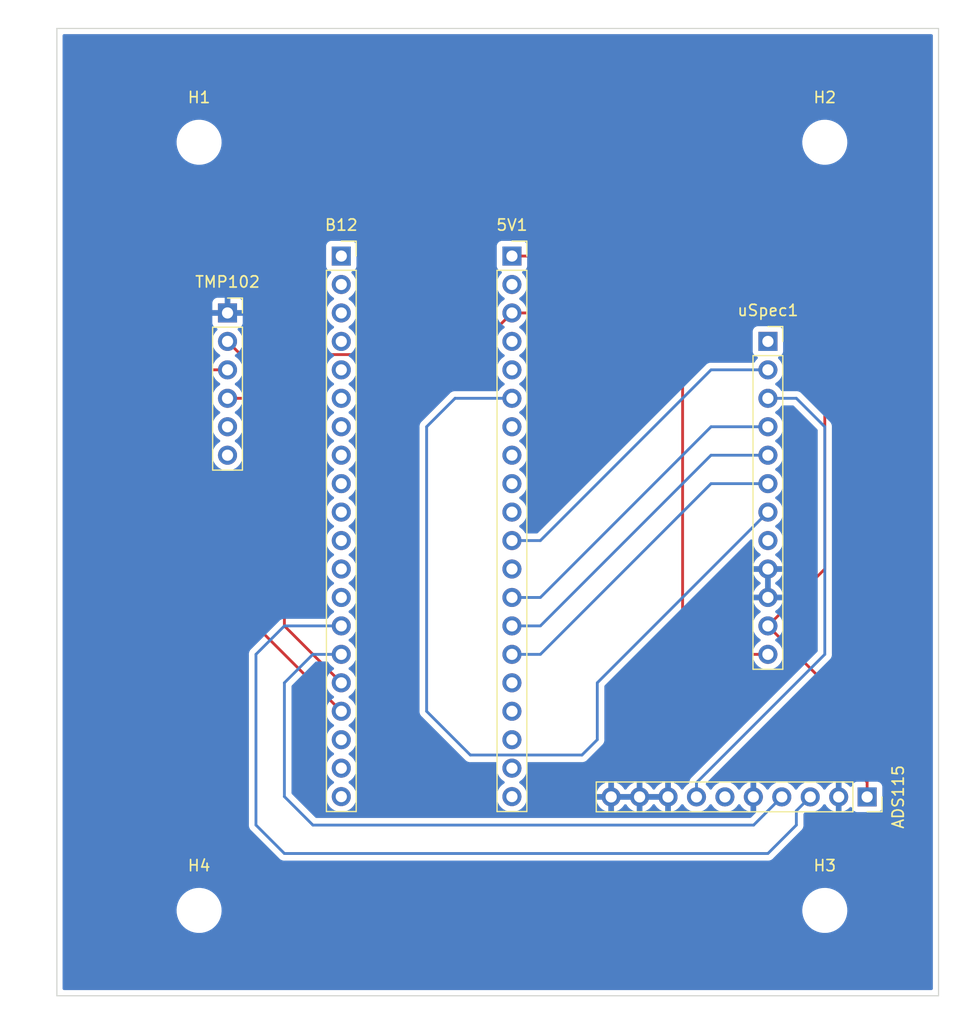
<source format=kicad_pcb>
(kicad_pcb (version 20211014) (generator pcbnew)
  (layers (0 "F.Cu" signal) (31 "B.Cu" signal) (34 "B.Paste" user) (35 "F.Paste" user) (36 "B.SilkS" user "B.Silkscreen") (37 "F.SilkS" user "F.Silkscreen") (38 "B.Mask" user) (39 "F.Mask" user) (44 "Edge.Cuts" user))
  (net 0 "")
  (net 1 "GND")
  (net 2 "/5V")
  (net 5 "/SCL")
  (net 6 "/SDA")
  (net 7 "/ALRT")
  (net 8 "/A0")
  (net 9 "/ADD0")
  (net 10 "/SCL1")
  (net 11 "/SDA1")
  (net 12 "/3.3V_1")
  (net 13 "/LED")
  (net 14 "/CLK")
  (net 15 "/ST")
  (net 16 "/TRG")
  (net 17 "/NC")
  (net 18 "/EOS")
  (footprint "MountingHole:MountingHole_3mm" (layer "F.Cu") (at 119.38 119.38)
    (fp_text reference "H4" (at 0 -4) (layer "F.SilkS"))
    (fp_text value "MountingHole")
    (pad "" np_thru_hole circle (at 0 0) (size 3 3) (drill 3) (layers *.Cu *.Mask))
  )
  (footprint "Connector_PinSocket_2.54mm:PinSocket_1x06_P2.54mm_Vertical" (layer "F.Cu") (at 121.92 66.04)
    (fp_text reference "TMP102" (at 0 -2.77) (layer "F.SilkS"))
    (fp_text value "Conn_01x06_Female")
    (fp_line (start -1.33 1.27) (end 1.33 1.27) (layer "F.SilkS") (width 0.12))
    (fp_line (start -1.33 1.27) (end -1.33 14.03) (layer "F.SilkS") (width 0.12))
    (fp_line (start 1.33 -1.33) (end 1.33 0) (layer "F.SilkS") (width 0.12))
    (fp_line (start 1.33 1.27) (end 1.33 14.03) (layer "F.SilkS") (width 0.12))
    (fp_line (start -1.33 14.03) (end 1.33 14.03) (layer "F.SilkS") (width 0.12))
    (fp_line (start 0 -1.33) (end 1.33 -1.33) (layer "F.SilkS") (width 0.12))
    (pad "1" thru_hole rect (at 0 0) (size 1.7 1.7) (drill 1) (layers *.Cu *.Mask) (net 1 "GND"))
    (pad "2" thru_hole oval (at 0 2.54) (size 1.7 1.7) (drill 1) (layers *.Cu *.Mask) (net 12 "/3.3V_1"))
    (pad "3" thru_hole oval (at 0 5.08) (size 1.7 1.7) (drill 1) (layers *.Cu *.Mask) (net 11 "/SDA1"))
    (pad "4" thru_hole oval (at 0 7.62) (size 1.7 1.7) (drill 1) (layers *.Cu *.Mask) (net 10 "/SCL1"))
    (pad "5" thru_hole oval (at 0 10.16) (size 1.7 1.7) (drill 1) (layers *.Cu *.Mask))
    (pad "6" thru_hole oval (at 0 12.7) (size 1.7 1.7) (drill 1) (layers *.Cu *.Mask) (net 9 "/ADD0"))
  )
  (footprint "Connector_PinSocket_2.54mm:PinSocket_1x20_P2.54mm_Vertical" (layer "F.Cu") (at 132.08 60.96)
    (fp_text reference "B12" (at 0 -2.77) (layer "F.SilkS"))
    (fp_text value "STM32")
    (fp_line (start -1.33 49.59) (end 1.33 49.59) (layer "F.SilkS") (width 0.12))
    (fp_line (start -1.33 1.27) (end 1.33 1.27) (layer "F.SilkS") (width 0.12))
    (fp_line (start 0 -1.33) (end 1.33 -1.33) (layer "F.SilkS") (width 0.12))
    (fp_line (start 1.33 -1.33) (end 1.33 0) (layer "F.SilkS") (width 0.12))
    (fp_line (start 1.33 1.27) (end 1.33 49.59) (layer "F.SilkS") (width 0.12))
    (fp_line (start -1.33 1.27) (end -1.33 49.59) (layer "F.SilkS") (width 0.12))
    (pad "1" thru_hole rect (at 0 0) (size 1.7 1.7) (drill 1) (layers *.Cu *.Mask))
    (pad "2" thru_hole oval (at 0 2.54) (size 1.7 1.7) (drill 1) (layers *.Cu *.Mask))
    (pad "3" thru_hole oval (at 0 5.08) (size 1.7 1.7) (drill 1) (layers *.Cu *.Mask))
    (pad "4" thru_hole oval (at 0 7.62) (size 1.7 1.7) (drill 1) (layers *.Cu *.Mask))
    (pad "5" thru_hole oval (at 0 10.16) (size 1.7 1.7) (drill 1) (layers *.Cu *.Mask))
    (pad "6" thru_hole oval (at 0 12.7) (size 1.7 1.7) (drill 1) (layers *.Cu *.Mask))
    (pad "7" thru_hole oval (at 0 15.24) (size 1.7 1.7) (drill 1) (layers *.Cu *.Mask))
    (pad "8" thru_hole oval (at 0 17.78) (size 1.7 1.7) (drill 1) (layers *.Cu *.Mask))
    (pad "9" thru_hole oval (at 0 20.32) (size 1.7 1.7) (drill 1) (layers *.Cu *.Mask))
    (pad "10" thru_hole oval (at 0 22.86) (size 1.7 1.7) (drill 1) (layers *.Cu *.Mask))
    (pad "11" thru_hole oval (at 0 25.4) (size 1.7 1.7) (drill 1) (layers *.Cu *.Mask))
    (pad "12" thru_hole oval (at 0 27.94) (size 1.7 1.7) (drill 1) (layers *.Cu *.Mask))
    (pad "13" thru_hole oval (at 0 30.48) (size 1.7 1.7) (drill 1) (layers *.Cu *.Mask))
    (pad "14" thru_hole oval (at 0 33.02) (size 1.7 1.7) (drill 1) (layers *.Cu *.Mask) (net 5 "/SCL"))
    (pad "15" thru_hole oval (at 0 35.56) (size 1.7 1.7) (drill 1) (layers *.Cu *.Mask) (net 6 "/SDA"))
    (pad "16" thru_hole oval (at 0 38.1) (size 1.7 1.7) (drill 1) (layers *.Cu *.Mask) (net 10 "/SCL1"))
    (pad "17" thru_hole oval (at 0 40.64) (size 1.7 1.7) (drill 1) (layers *.Cu *.Mask) (net 11 "/SDA1"))
    (pad "18" thru_hole oval (at 0 43.18) (size 1.7 1.7) (drill 1) (layers *.Cu *.Mask))
    (pad "19" thru_hole oval (at 0 45.72) (size 1.7 1.7) (drill 1) (layers *.Cu *.Mask))
    (pad "20" thru_hole oval (at 0 48.26) (size 1.7 1.7) (drill 1) (layers *.Cu *.Mask))
  )
  (footprint "MountingHole:MountingHole_3mm" (layer "F.Cu") (at 175.26 119.38)
    (fp_text reference "H3" (at 0 -4) (layer "F.SilkS"))
    (fp_text value "MountingHole")
    (pad "" np_thru_hole circle (at 0 0) (size 3 3) (drill 3) (layers *.Cu *.Mask))
  )
  (footprint "MountingHole:MountingHole_3mm" (layer "F.Cu") (at 175.26 50.8)
    (fp_text reference "H2" (at 0 -4) (layer "F.SilkS"))
    (fp_text value "MountingHole")
    (pad "" np_thru_hole circle (at 0 0) (size 3 3) (drill 3) (layers *.Cu *.Mask))
  )
  (footprint "Connector_PinSocket_2.54mm:PinSocket_1x12_P2.54mm_Vertical" (layer "F.Cu") (at 170.18 68.58)
    (fp_text reference "uSpec1" (at 0 -2.77) (layer "F.SilkS"))
    (fp_text value "uSpec")
    (fp_line (start 1.33 1.27) (end 1.33 29.27) (layer "F.SilkS") (width 0.12))
    (fp_line (start -1.33 1.27) (end 1.33 1.27) (layer "F.SilkS") (width 0.12))
    (fp_line (start 0 -1.33) (end 1.33 -1.33) (layer "F.SilkS") (width 0.12))
    (fp_line (start 1.33 -1.33) (end 1.33 0) (layer "F.SilkS") (width 0.12))
    (fp_line (start -1.33 29.27) (end 1.33 29.27) (layer "F.SilkS") (width 0.12))
    (fp_line (start -1.33 1.27) (end -1.33 29.27) (layer "F.SilkS") (width 0.12))
    (pad "1" thru_hole rect (at 0 0) (size 1.7 1.7) (drill 1) (layers *.Cu *.Mask))
    (pad "2" thru_hole oval (at 0 2.54) (size 1.7 1.7) (drill 1) (layers *.Cu *.Mask) (net 13 "/LED"))
    (pad "3" thru_hole oval (at 0 5.08) (size 1.7 1.7) (drill 1) (layers *.Cu *.Mask) (net 8 "/A0"))
    (pad "4" thru_hole oval (at 0 7.62) (size 1.7 1.7) (drill 1) (layers *.Cu *.Mask) (net 14 "/CLK"))
    (pad "5" thru_hole oval (at 0 10.16) (size 1.7 1.7) (drill 1) (layers *.Cu *.Mask) (net 15 "/ST"))
    (pad "6" thru_hole oval (at 0 12.7) (size 1.7 1.7) (drill 1) (layers *.Cu *.Mask) (net 16 "/TRG"))
    (pad "7" thru_hole oval (at 0 15.24) (size 1.7 1.7) (drill 1) (layers *.Cu *.Mask) (net 18 "/EOS"))
    (pad "8" thru_hole oval (at 0 17.78) (size 1.7 1.7) (drill 1) (layers *.Cu *.Mask) (net 17 "/NC"))
    (pad "9" thru_hole oval (at 0 20.32) (size 1.7 1.7) (drill 1) (layers *.Cu *.Mask) (net 1 "GND"))
    (pad "10" thru_hole oval (at 0 22.86) (size 1.7 1.7) (drill 1) (layers *.Cu *.Mask) (net 1 "GND"))
    (pad "11" thru_hole oval (at 0 25.4) (size 1.7 1.7) (drill 1) (layers *.Cu *.Mask) (net 2 "/5V"))
    (pad "12" thru_hole oval (at 0 27.94) (size 1.7 1.7) (drill 1) (layers *.Cu *.Mask) (net 12 "/3.3V_1"))
  )
  (footprint "Connector_PinSocket_2.54mm:PinSocket_1x10_P2.54mm_Vertical" (layer "F.Cu") (at 179.04 109.245 -90)
    (fp_text reference "ADS115" (at 0 -2.77 90) (layer "F.SilkS"))
    (fp_text value "Conn_01x10_Female")
    (fp_line (start -1.33 1.27) (end 1.33 1.27) (layer "F.SilkS") (width 0.12))
    (fp_line (start 0 -1.33) (end 1.33 -1.33) (layer "F.SilkS") (width 0.12))
    (fp_line (start 1.33 -1.33) (end 1.33 0) (layer "F.SilkS") (width 0.12))
    (fp_line (start -1.33 1.27) (end -1.33 24.19) (layer "F.SilkS") (width 0.12))
    (fp_line (start -1.33 24.19) (end 1.33 24.19) (layer "F.SilkS") (width 0.12))
    (fp_line (start 1.33 1.27) (end 1.33 24.19) (layer "F.SilkS") (width 0.12))
    (pad "1" thru_hole rect (at 0 0 270) (size 1.7 1.7) (drill 1) (layers *.Cu *.Mask) (net 2 "/5V"))
    (pad "2" thru_hole oval (at 0 2.54 270) (size 1.7 1.7) (drill 1) (layers *.Cu *.Mask) (net 1 "GND"))
    (pad "3" thru_hole oval (at 0 5.08 270) (size 1.7 1.7) (drill 1) (layers *.Cu *.Mask) (net 5 "/SCL"))
    (pad "4" thru_hole oval (at 0 7.62 270) (size 1.7 1.7) (drill 1) (layers *.Cu *.Mask) (net 6 "/SDA"))
    (pad "5" thru_hole oval (at 0 10.16 270) (size 1.7 1.7) (drill 1) (layers *.Cu *.Mask) (net 1 "GND"))
    (pad "6" thru_hole oval (at 0 12.7 270) (size 1.7 1.7) (drill 1) (layers *.Cu *.Mask) (net 7 "/ALRT"))
    (pad "7" thru_hole oval (at 0 15.24 270) (size 1.7 1.7) (drill 1) (layers *.Cu *.Mask) (net 8 "/A0"))
    (pad "8" thru_hole oval (at 0 17.78 270) (size 1.7 1.7) (drill 1) (layers *.Cu *.Mask) (net 1 "GND"))
    (pad "9" thru_hole oval (at 0 20.32 270) (size 1.7 1.7) (drill 1) (layers *.Cu *.Mask) (net 1 "GND"))
    (pad "10" thru_hole oval (at 0 22.86 270) (size 1.7 1.7) (drill 1) (layers *.Cu *.Mask) (net 1 "GND"))
  )
  (footprint "Connector_PinSocket_2.54mm:PinSocket_1x20_P2.54mm_Vertical" (layer "F.Cu") (at 147.32 60.96)
    (fp_text reference "5V1" (at 0 -2.77) (layer "F.SilkS"))
    (fp_text value "STM32")
    (fp_line (start -1.33 1.27) (end 1.33 1.27) (layer "F.SilkS") (width 0.12))
    (fp_line (start 0 -1.33) (end 1.33 -1.33) (layer "F.SilkS") (width 0.12))
    (fp_line (start -1.33 49.59) (end 1.33 49.59) (layer "F.SilkS") (width 0.12))
    (fp_line (start -1.33 1.27) (end -1.33 49.59) (layer "F.SilkS") (width 0.12))
    (fp_line (start 1.33 -1.33) (end 1.33 0) (layer "F.SilkS") (width 0.12))
    (fp_line (start 1.33 1.27) (end 1.33 49.59) (layer "F.SilkS") (width 0.12))
    (pad "1" thru_hole rect (at 0 0) (size 1.7 1.7) (drill 1) (layers *.Cu *.Mask) (net 2 "/5V"))
    (pad "2" thru_hole oval (at 0 2.54) (size 1.7 1.7) (drill 1) (layers *.Cu *.Mask))
    (pad "3" thru_hole oval (at 0 5.08) (size 1.7 1.7) (drill 1) (layers *.Cu *.Mask) (net 12 "/3.3V_1"))
    (pad "4" thru_hole oval (at 0 7.62) (size 1.7 1.7) (drill 1) (layers *.Cu *.Mask))
    (pad "5" thru_hole oval (at 0 10.16) (size 1.7 1.7) (drill 1) (layers *.Cu *.Mask))
    (pad "6" thru_hole oval (at 0 12.7) (size 1.7 1.7) (drill 1) (layers *.Cu *.Mask) (net 18 "/EOS"))
    (pad "7" thru_hole oval (at 0 15.24) (size 1.7 1.7) (drill 1) (layers *.Cu *.Mask))
    (pad "8" thru_hole oval (at 0 17.78) (size 1.7 1.7) (drill 1) (layers *.Cu *.Mask))
    (pad "9" thru_hole oval (at 0 20.32) (size 1.7 1.7) (drill 1) (layers *.Cu *.Mask))
    (pad "10" thru_hole oval (at 0 22.86) (size 1.7 1.7) (drill 1) (layers *.Cu *.Mask))
    (pad "11" thru_hole oval (at 0 25.4) (size 1.7 1.7) (drill 1) (layers *.Cu *.Mask) (net 13 "/LED"))
    (pad "12" thru_hole oval (at 0 27.94) (size 1.7 1.7) (drill 1) (layers *.Cu *.Mask))
    (pad "13" thru_hole oval (at 0 30.48) (size 1.7 1.7) (drill 1) (layers *.Cu *.Mask) (net 14 "/CLK"))
    (pad "14" thru_hole oval (at 0 33.02) (size 1.7 1.7) (drill 1) (layers *.Cu *.Mask) (net 15 "/ST"))
    (pad "15" thru_hole oval (at 0 35.56) (size 1.7 1.7) (drill 1) (layers *.Cu *.Mask) (net 16 "/TRG"))
    (pad "16" thru_hole oval (at 0 38.1) (size 1.7 1.7) (drill 1) (layers *.Cu *.Mask))
    (pad "17" thru_hole oval (at 0 40.64) (size 1.7 1.7) (drill 1) (layers *.Cu *.Mask))
    (pad "18" thru_hole oval (at 0 43.18) (size 1.7 1.7) (drill 1) (layers *.Cu *.Mask))
    (pad "19" thru_hole oval (at 0 45.72) (size 1.7 1.7) (drill 1) (layers *.Cu *.Mask))
    (pad "20" thru_hole oval (at 0 48.26) (size 1.7 1.7) (drill 1) (layers *.Cu *.Mask))
  )
  (footprint "MountingHole:MountingHole_3mm" (layer "F.Cu") (at 119.38 50.8)
    (fp_text reference "H1" (at 0 -4) (layer "F.SilkS"))
    (fp_text value "MountingHole")
    (pad "" np_thru_hole circle (at 0 0) (size 3 3) (drill 3) (layers *.Cu *.Mask))
  )
  (gr_line (start 106.68 127) (end 185.42 127) (layer "Edge.Cuts") (width 0.1))
  (gr_line (start 185.42 40.64) (end 106.68 40.64) (layer "Edge.Cuts") (width 0.1))
  (gr_line (start 106.68 40.64) (end 106.68 40.64) (layer "Edge.Cuts") (width 0.1))
  (gr_line (start 185.42 127) (end 185.42 40.64) (layer "Edge.Cuts") (width 0.1))
  (gr_line (start 106.68 40.64) (end 106.68 127) (layer "Edge.Cuts") (width 0.1))
  (segment (start 179.04 107.92) (end 175.26 104.14) (width 0.25) (layer "F.Cu") (net 2))
  (segment (start 172.72 60.96) (end 175.26 63.5) (width 0.25) (layer "F.Cu") (net 2))
  (segment (start 175.26 63.5) (end 175.26 88.9) (width 0.25) (layer "F.Cu") (net 2))
  (segment (start 147.32 60.96) (end 172.72 60.96) (width 0.25) (layer "F.Cu") (net 2))
  (segment (start 175.26 88.9) (end 170.18 93.98) (width 0.25) (layer "F.Cu") (net 2))
  (segment (start 175.26 104.14) (end 175.26 99.06) (width 0.25) (layer "F.Cu") (net 2))
  (segment (start 175.26 99.06) (end 170.18 93.98) (width 0.25) (layer "F.Cu") (net 2))
  (segment (start 179.04 109.245) (end 179.04 107.92) (width 0.25) (layer "F.Cu") (net 2))
  (segment (start 127 114.3) (end 124.46 111.76) (width 0.25) (layer "B.Cu") (net 5))
  (segment (start 173.96 109.245) (end 172.72 110.485) (width 0.25) (layer "B.Cu") (net 5))
  (segment (start 124.46 96.52) (end 127 93.98) (width 0.25) (layer "B.Cu") (net 5))
  (segment (start 170.18 114.3) (end 127 114.3) (width 0.25) (layer "B.Cu") (net 5))
  (segment (start 172.72 110.485) (end 172.72 111.76) (width 0.25) (layer "B.Cu") (net 5))
  (segment (start 172.72 111.76) (end 170.18 114.3) (width 0.25) (layer "B.Cu") (net 5))
  (segment (start 127 93.98) (end 132.08 93.98) (width 0.25) (layer "B.Cu") (net 5))
  (segment (start 124.46 111.76) (end 124.46 96.52) (width 0.25) (layer "B.Cu") (net 5))
  (segment (start 129.54 96.52) (end 132.08 96.52) (width 0.25) (layer "B.Cu") (net 6))
  (segment (start 168.905 111.76) (end 129.54 111.76) (width 0.25) (layer "B.Cu") (net 6))
  (segment (start 129.54 111.76) (end 127 109.22) (width 0.25) (layer "B.Cu") (net 6))
  (segment (start 127 109.22) (end 127 99.06) (width 0.25) (layer "B.Cu") (net 6))
  (segment (start 171.42 109.245) (end 168.905 111.76) (width 0.25) (layer "B.Cu") (net 6))
  (segment (start 127 99.06) (end 129.54 96.52) (width 0.25) (layer "B.Cu") (net 6))
  (segment (start 175.26 96.52) (end 163.8 107.98) (width 0.25) (layer "B.Cu") (net 8))
  (segment (start 172.72 73.66) (end 175.26 76.2) (width 0.25) (layer "B.Cu") (net 8))
  (segment (start 175.26 76.2) (end 175.26 96.52) (width 0.25) (layer "B.Cu") (net 8))
  (segment (start 170.18 73.66) (end 172.72 73.66) (width 0.25) (layer "B.Cu") (net 8))
  (segment (start 163.8 107.98) (end 163.8 109.245) (width 0.25) (layer "B.Cu") (net 8))
  (segment (start 127 93.98) (end 132.08 99.06) (width 0.25) (layer "F.Cu") (net 10))
  (segment (start 121.92 73.66) (end 124.46 73.66) (width 0.25) (layer "F.Cu") (net 10))
  (segment (start 124.46 73.66) (end 127 76.2) (width 0.25) (layer "F.Cu") (net 10))
  (segment (start 127 76.2) (end 127 78.74) (width 0.25) (layer "F.Cu") (net 10))
  (segment (start 127 78.74) (end 127 93.98) (width 0.25) (layer "F.Cu") (net 10))
  (segment (start 116.84 73.66) (end 116.84 86.36) (width 0.25) (layer "F.Cu") (net 11))
  (segment (start 116.84 86.36) (end 132.08 101.6) (width 0.25) (layer "F.Cu") (net 11))
  (segment (start 119.38 71.12) (end 116.84 73.66) (width 0.25) (layer "F.Cu") (net 11))
  (segment (start 121.92 71.12) (end 119.38 71.12) (width 0.25) (layer "F.Cu") (net 11))
  (segment (start 123.094511 69.754511) (end 143.605489 69.754511) (width 0.25) (layer "F.Cu") (net 12))
  (segment (start 165.1 96.52) (end 162.56 93.98) (width 0.25) (layer "F.Cu") (net 12))
  (segment (start 170.18 96.52) (end 165.1 96.52) (width 0.25) (layer "F.Cu") (net 12))
  (segment (start 143.605489 69.754511) (end 147.32 66.04) (width 0.25) (layer "F.Cu") (net 12))
  (segment (start 147.32 66.04) (end 160.02 66.04) (width 0.25) (layer "F.Cu") (net 12))
  (segment (start 162.56 93.98) (end 162.56 68.58) (width 0.25) (layer "F.Cu") (net 12))
  (segment (start 121.92 68.58) (end 123.094511 69.754511) (width 0.25) (layer "F.Cu") (net 12))
  (segment (start 160.02 66.04) (end 162.56 68.58) (width 0.25) (layer "F.Cu") (net 12))
  (segment (start 165.1 71.12) (end 149.86 86.36) (width 0.25) (layer "B.Cu") (net 13))
  (segment (start 170.18 71.12) (end 165.1 71.12) (width 0.25) (layer "B.Cu") (net 13))
  (segment (start 149.86 86.36) (end 147.32 86.36) (width 0.25) (layer "B.Cu") (net 13))
  (segment (start 149.86 91.44) (end 147.32 91.44) (width 0.25) (layer "B.Cu") (net 14))
  (segment (start 170.18 76.2) (end 165.1 76.2) (width 0.25) (layer "B.Cu") (net 14))
  (segment (start 165.1 76.2) (end 149.86 91.44) (width 0.25) (layer "B.Cu") (net 14))
  (segment (start 170.18 78.74) (end 165.1 78.74) (width 0.25) (layer "B.Cu") (net 15))
  (segment (start 149.86 93.98) (end 147.32 93.98) (width 0.25) (layer "B.Cu") (net 15))
  (segment (start 165.1 78.74) (end 149.86 93.98) (width 0.25) (layer "B.Cu") (net 15))
  (segment (start 165.1 81.28) (end 149.86 96.52) (width 0.25) (layer "B.Cu") (net 16))
  (segment (start 170.18 81.28) (end 165.1 81.28) (width 0.25) (layer "B.Cu") (net 16))
  (segment (start 149.86 96.52) (end 147.32 96.52) (width 0.25) (layer "B.Cu") (net 16))
  (segment (start 142.24 73.66) (end 147.32 73.66) (width 0.25) (layer "B.Cu") (net 18))
  (segment (start 170.18 83.82) (end 154.94 99.06) (width 0.25) (layer "B.Cu") (net 18))
  (segment (start 154.94 104.14) (end 153.574511 105.505489) (width 0.25) (layer "B.Cu") (net 18))
  (segment (start 143.605489 105.505489) (end 139.7 101.6) (width 0.25) (layer "B.Cu") (net 18))
  (segment (start 139.7 101.6) (end 139.7 76.2) (width 0.25) (layer "B.Cu") (net 18))
  (segment (start 154.94 99.06) (end 154.94 104.14) (width 0.25) (layer "B.Cu") (net 18))
  (segment (start 153.574511 105.505489) (end 143.605489 105.505489) (width 0.25) (layer "B.Cu") (net 18))
  (segment (start 139.7 76.2) (end 142.24 73.66) (width 0.25) (layer "B.Cu") (net 18))
  (zone (net 1) (net_name "GND") (layer "B.Cu") (connect_pads (clearance 0.508)) (min_thickness 0.254) (fill yes (thermal_gap 0.508) (thermal_bridge_width 0.508))
    (polygon (pts (xy 187.96 129.54) (xy 101.6 129.54) (xy 101.6 38.1) (xy 187.96 38.1)))
  )
)
</source>
